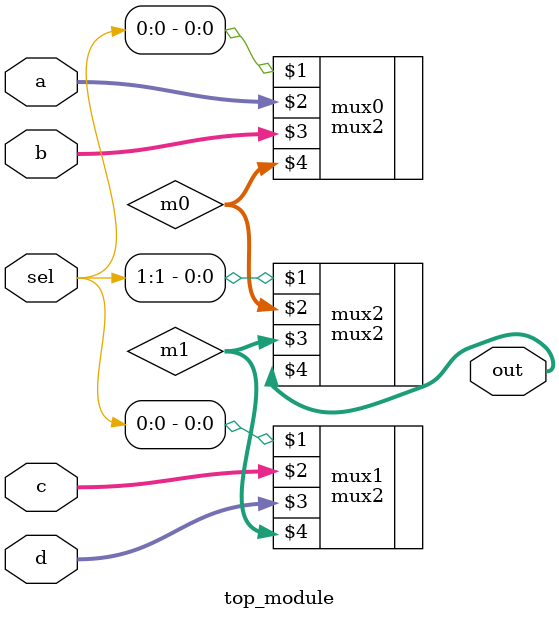
<source format=v>
module top_module (
    input [1:0] sel,
    input [7:0] a,
    input [7:0] b,
    input [7:0] c,
    input [7:0] d,
    output [7:0] out  ); //

    wire [7:0] m0,m1;
    mux2 mux0 ( sel[0],    a,    b, m0 );
    mux2 mux1 ( sel[0],    c,    d, m1 );
    mux2 mux2 ( sel[1], m0, m1,  out );

endmodule

</source>
